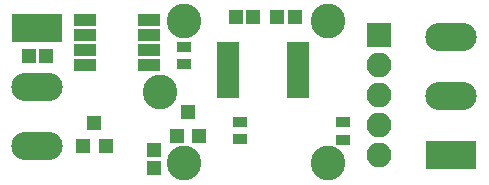
<source format=gbr>
G04 #@! TF.GenerationSoftware,KiCad,Pcbnew,(2018-02-16 revision c95340fba)-makepkg*
G04 #@! TF.CreationDate,2018-04-16T21:08:27+02:00*
G04 #@! TF.ProjectId,lin_bb,6C696E5F62622E6B696361645F706362,rev?*
G04 #@! TF.SameCoordinates,Original*
G04 #@! TF.FileFunction,Soldermask,Top*
G04 #@! TF.FilePolarity,Negative*
%FSLAX46Y46*%
G04 Gerber Fmt 4.6, Leading zero omitted, Abs format (unit mm)*
G04 Created by KiCad (PCBNEW (2018-02-16 revision c95340fba)-makepkg) date 04/16/18 21:08:27*
%MOMM*%
%LPD*%
G01*
G04 APERTURE LIST*
%ADD10R,1.150000X1.200000*%
%ADD11R,1.200000X1.150000*%
%ADD12O,2.100000X2.100000*%
%ADD13R,2.100000X2.100000*%
%ADD14O,4.360000X2.380000*%
%ADD15R,4.360000X2.380000*%
%ADD16R,1.300000X0.900000*%
%ADD17R,1.950000X1.000000*%
%ADD18R,1.200000X1.300000*%
%ADD19C,2.940000*%
%ADD20R,1.850000X0.850000*%
G04 APERTURE END LIST*
D10*
X147764500Y-122733500D03*
X147764500Y-121233500D03*
D11*
X138672000Y-113284000D03*
X137172000Y-113284000D03*
D12*
X166878000Y-121666000D03*
X166878000Y-119126000D03*
X166878000Y-116586000D03*
X166878000Y-114046000D03*
D13*
X166878000Y-111506000D03*
D14*
X137922000Y-120871000D03*
X137922000Y-115871000D03*
D15*
X137922000Y-110871000D03*
D16*
X150304500Y-112470500D03*
X150304500Y-113970500D03*
D17*
X147353000Y-110236000D03*
X147353000Y-111506000D03*
X147353000Y-112776000D03*
X147353000Y-114046000D03*
X141953000Y-114046000D03*
X141953000Y-112776000D03*
X141953000Y-111506000D03*
X141953000Y-110236000D03*
D14*
X172974000Y-111666000D03*
X172974000Y-116666000D03*
D15*
X172974000Y-121666000D03*
D11*
X154698000Y-109982000D03*
X156198000Y-109982000D03*
X159742000Y-109982000D03*
X158242000Y-109982000D03*
D18*
X142748000Y-118888000D03*
X143698000Y-120888000D03*
X141798000Y-120888000D03*
D19*
X162536000Y-122332000D03*
X148336000Y-116332000D03*
X162536000Y-110332000D03*
X150336000Y-122332000D03*
X150336000Y-110332000D03*
D16*
X163830000Y-118884000D03*
X163830000Y-120384000D03*
D18*
X150685500Y-117999000D03*
X151635500Y-119999000D03*
X149735500Y-119999000D03*
D20*
X159985500Y-112477000D03*
X159985500Y-113127000D03*
X159985500Y-113777000D03*
X159985500Y-114427000D03*
X159985500Y-115077000D03*
X159985500Y-115727000D03*
X159985500Y-116377000D03*
X154085500Y-116377000D03*
X154085500Y-115727000D03*
X154085500Y-115077000D03*
X154085500Y-114427000D03*
X154085500Y-113777000D03*
X154085500Y-113127000D03*
X154085500Y-112477000D03*
D16*
X155067000Y-120320500D03*
X155067000Y-118820500D03*
M02*

</source>
